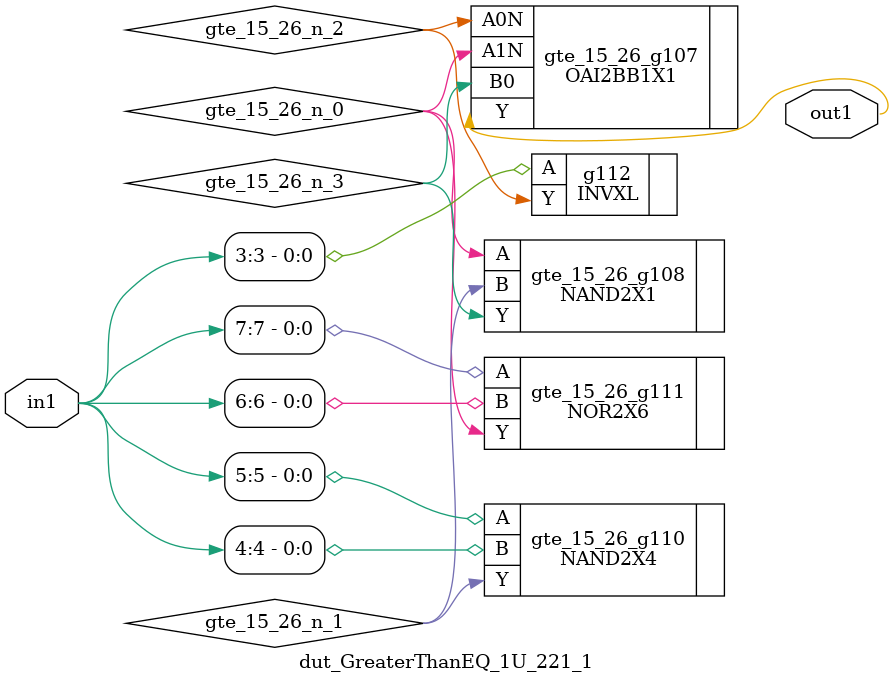
<source format=v>
`timescale 1ps / 1ps


module dut_GreaterThanEQ_1U_221_1(in1, out1);
  input [7:0] in1;
  output out1;
  wire [7:0] in1;
  wire out1;
  wire gte_15_26_n_0, gte_15_26_n_1, gte_15_26_n_2, gte_15_26_n_3;
  OAI2BB1X1 gte_15_26_g107(.A0N (gte_15_26_n_2), .A1N (gte_15_26_n_0),
       .B0 (gte_15_26_n_3), .Y (out1));
  NAND2X1 gte_15_26_g108(.A (gte_15_26_n_0), .B (gte_15_26_n_1), .Y
       (gte_15_26_n_3));
  NAND2X4 gte_15_26_g110(.A (in1[5]), .B (in1[4]), .Y (gte_15_26_n_1));
  NOR2X6 gte_15_26_g111(.A (in1[7]), .B (in1[6]), .Y (gte_15_26_n_0));
  INVXL g112(.A (in1[3]), .Y (gte_15_26_n_2));
endmodule



</source>
